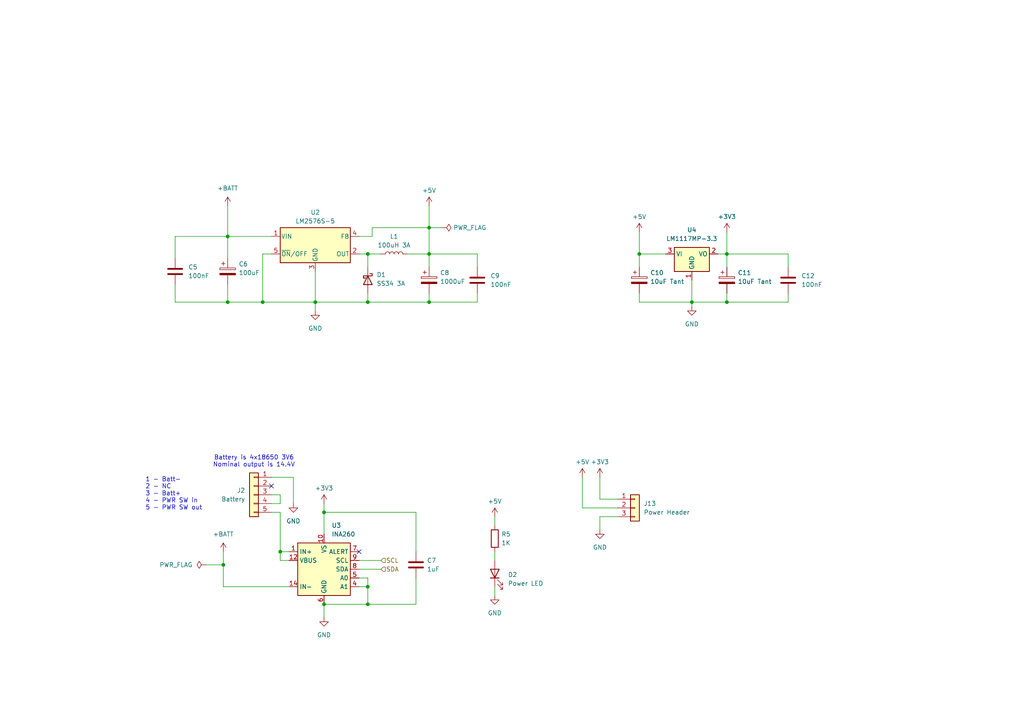
<source format=kicad_sch>
(kicad_sch (version 20231120) (generator "eeschema") (generator_version "8.0")
  (paper "A4")
  (title_block (title "Valiant Turtle 2 - Power Supplies") (date "2024-09-27") (rev "1_1") (company "https://www.waitingforfriday.com") (comment 1 "(c) 2024 Simon Inns") (comment 2 "License: Attribution-ShareAlike 4.0 International (CC BY-SA 4.0)"))
  (lib_symbols
    (symbol "Connector_Generic:Conn_01x03" (pin_names (offset 1.016) hide)
      (property "Reference" "J" (at 0 5.08 0))
      (property "Value" "Conn_01x03" (at 0 -5.08 0))
      (symbol "Conn_01x03_1_1"
        (rectangle (start -1.27 -2.413) (end 0 -2.667) (stroke (width 0.1524)))
        (rectangle (start -1.27 0.127) (end 0 -0.127) (stroke (width 0.1524)))
        (rectangle (start -1.27 2.667) (end 0 2.413) (stroke (width 0.1524)))
        (rectangle (start -1.27 3.81) (end 1.27 -3.81) (stroke (width 0.254)) (fill (type background)))
        (pin passive line (at -5.08 2.54 0) (length 3.81) (name "Pin_1") (number "1"))
        (pin passive line (at -5.08 0 0) (length 3.81) (name "Pin_2") (number "2"))
        (pin passive line (at -5.08 -2.54 0) (length 3.81) (name "Pin_3") (number "3"))
      )
    )
    (symbol "Connector_Generic:Conn_01x05" (pin_names (offset 1.016) hide)
      (property "Reference" "J" (at 0 7.62 0))
      (property "Value" "Conn_01x05" (at 0 -7.62 0))
      (symbol "Conn_01x05_1_1"
        (rectangle (start -1.27 -4.953) (end 0 -5.207) (stroke (width 0.1524)))
        (rectangle (start -1.27 -2.413) (end 0 -2.667) (stroke (width 0.1524)))
        (rectangle (start -1.27 0.127) (end 0 -0.127) (stroke (width 0.1524)))
        (rectangle (start -1.27 2.667) (end 0 2.413) (stroke (width 0.1524)))
        (rectangle (start -1.27 5.207) (end 0 4.953) (stroke (width 0.1524)))
        (rectangle (start -1.27 6.35) (end 1.27 -6.35) (stroke (width 0.254)) (fill (type background)))
        (pin passive line (at -5.08 5.08 0) (length 3.81) (name "Pin_1") (number "1"))
        (pin passive line (at -5.08 2.54 0) (length 3.81) (name "Pin_2") (number "2"))
        (pin passive line (at -5.08 0 0) (length 3.81) (name "Pin_3") (number "3"))
        (pin passive line (at -5.08 -2.54 0) (length 3.81) (name "Pin_4") (number "4"))
        (pin passive line (at -5.08 -5.08 0) (length 3.81) (name "Pin_5") (number "5"))
      )
    )
    (symbol "Device:C" (pin_numbers hide) (pin_names (offset 0.254))
      (property "Reference" "C" (at 0.635 2.54 0))
      (property "Value" "C" (at 0.635 -2.54 0))
      (symbol "C_0_1"
        (polyline (pts (xy -2.032 -0.762) (xy 2.032 -0.762)) (stroke (width 0.508)))
        (polyline (pts (xy -2.032 0.762) (xy 2.032 0.762)) (stroke (width 0.508)))
      )
      (symbol "C_1_1"
        (pin passive line (at 0 3.81 270) (length 2.794) (name "~") (number "1"))
        (pin passive line (at 0 -3.81 90) (length 2.794) (name "~") (number "2"))
      )
    )
    (symbol "Device:C_Polarized" (pin_numbers hide) (pin_names (offset 0.254))
      (property "Reference" "C" (at 0.635 2.54 0))
      (property "Value" "C_Polarized" (at 0.635 -2.54 0))
      (symbol "C_Polarized_0_1"
        (rectangle (start -2.286 0.508) (end 2.286 1.016))
        (polyline (pts (xy -1.778 2.286) (xy -0.762 2.286)))
        (polyline (pts (xy -1.27 2.794) (xy -1.27 1.778)))
        (rectangle (start 2.286 -0.508) (end -2.286 -1.016) (fill (type outline)))
      )
      (symbol "C_Polarized_1_1"
        (pin passive line (at 0 3.81 270) (length 2.794) (name "~") (number "1"))
        (pin passive line (at 0 -3.81 90) (length 2.794) (name "~") (number "2"))
      )
    )
    (symbol "Device:D_Schottky" (pin_numbers hide) (pin_names (offset 1.016) hide)
      (property "Reference" "D" (at 0 2.54 0))
      (property "Value" "D_Schottky" (at 0 -2.54 0))
      (symbol "D_Schottky_0_1"
        (polyline (pts (xy 1.27 0) (xy -1.27 0)))
        (polyline (pts (xy 1.27 1.27) (xy 1.27 -1.27) (xy -1.27 0) (xy 1.27 1.27)) (stroke (width 0.254)))
        (polyline (pts (xy -1.905 0.635) (xy -1.905 1.27) (xy -1.27 1.27) (xy -1.27 -1.27) (xy -0.635 -1.27) (xy -0.635 -0.635)) (stroke (width 0.254)))
      )
      (symbol "D_Schottky_1_1"
        (pin passive line (at -3.81 0 0) (length 2.54) (name "K") (number "1"))
        (pin passive line (at 3.81 0 180) (length 2.54) (name "A") (number "2"))
      )
    )
    (symbol "Device:L" (pin_numbers hide) (pin_names (offset 1.016) hide)
      (property "Reference" "L" (at -1.27 0 90))
      (property "Value" "L" (at 1.905 0 90))
      (symbol "L_0_1"
        (arc (start 0 -2.54) (mid 0.6323 -1.905) (end 0 -1.27))
        (arc (start 0 -1.27) (mid 0.6323 -0.635) (end 0 0))
        (arc (start 0 0) (mid 0.6323 0.635) (end 0 1.27))
        (arc (start 0 1.27) (mid 0.6323 1.905) (end 0 2.54))
      )
      (symbol "L_1_1"
        (pin passive line (at 0 3.81 270) (length 1.27) (name "1") (number "1"))
        (pin passive line (at 0 -3.81 90) (length 1.27) (name "2") (number "2"))
      )
    )
    (symbol "Device:LED" (pin_numbers hide) (pin_names (offset 1.016) hide)
      (property "Reference" "D" (at 0 2.54 0))
      (property "Value" "LED" (at 0 -2.54 0))
      (symbol "LED_0_1"
        (polyline (pts (xy -1.27 -1.27) (xy -1.27 1.27)) (stroke (width 0.254)))
        (polyline (pts (xy -1.27 0) (xy 1.27 0)))
        (polyline (pts (xy 1.27 -1.27) (xy 1.27 1.27) (xy -1.27 0) (xy 1.27 -1.27)) (stroke (width 0.254)))
        (polyline (pts (xy -3.048 -0.762) (xy -4.572 -2.286) (xy -3.81 -2.286) (xy -4.572 -2.286) (xy -4.572 -1.524)))
        (polyline (pts (xy -1.778 -0.762) (xy -3.302 -2.286) (xy -2.54 -2.286) (xy -3.302 -2.286) (xy -3.302 -1.524)))
      )
      (symbol "LED_1_1"
        (pin passive line (at -3.81 0 0) (length 2.54) (name "K") (number "1"))
        (pin passive line (at 3.81 0 180) (length 2.54) (name "A") (number "2"))
      )
    )
    (symbol "Device:R" (pin_numbers hide) (pin_names (offset 0))
      (property "Reference" "R" (at 2.032 0 90))
      (property "Value" "R" (at 0 0 90))
      (symbol "R_0_1"
        (rectangle (start -1.016 -2.54) (end 1.016 2.54) (stroke (width 0.254)))
      )
      (symbol "R_1_1"
        (pin passive line (at 0 3.81 270) (length 1.27) (name "~") (number "1"))
        (pin passive line (at 0 -3.81 90) (length 1.27) (name "~") (number "2"))
      )
    )
    (symbol "Regulator_Linear:LM1117MP-3.3"
      (property "Reference" "U" (at -3.81 3.175 0))
      (property "Value" "LM1117MP-3.3" (at 0 3.175 0))
      (symbol "LM1117MP-3.3_0_1"
        (rectangle (start -5.08 -5.08) (end 5.08 1.905) (stroke (width 0.254)) (fill (type background)))
      )
      (symbol "LM1117MP-3.3_1_1"
        (pin power_in line (at 0 -7.62 90) (length 2.54) (name "GND") (number "1"))
        (pin power_out line (at 7.62 0 180) (length 2.54) (name "VO") (number "2"))
        (pin power_in line (at -7.62 0 0) (length 2.54) (name "VI") (number "3"))
      )
    )
    (symbol "Regulator_Switching:LM2576S-5" (pin_names (offset 0.254))
      (property "Reference" "U" (at -10.16 6.35 0))
      (property "Value" "LM2576S-5" (at 0 6.35 0))
      (symbol "LM2576S-5_0_1"
        (rectangle (start -10.16 5.08) (end 10.16 -5.08) (stroke (width 0.254)) (fill (type background)))
      )
      (symbol "LM2576S-5_1_1"
        (pin power_in line (at -12.7 2.54 0) (length 2.54) (name "VIN") (number "1"))
        (pin output line (at 12.7 -2.54 180) (length 2.54) (name "OUT") (number "2"))
        (pin power_in line (at 0 -7.62 90) (length 2.54) (name "GND") (number "3"))
        (pin input line (at 12.7 2.54 180) (length 2.54) (name "FB") (number "4"))
        (pin input line (at -12.7 -2.54 0) (length 2.54) (name "~{ON}/OFF") (number "5"))
      )
    )
    (symbol "Sensor:INA260"
      (property "Reference" "U" (at -6.35 8.89 0))
      (property "Value" "INA260" (at 2.54 8.89 0))
      (symbol "INA260_0_1"
        (rectangle (start -7.62 7.62) (end 7.62 -7.62) (stroke (width 0.254)) (fill (type background)))
      )
      (symbol "INA260_1_1"
        (pin passive line (at -10.16 5.08 0) (length 2.54) (name "IN+") (number "1"))
        (pin power_in line (at 0 10.16 270) (length 2.54) (name "VS") (number "10"))
        (pin passive line (at 0 -10.16 90) (length 2.54) hide (name "GND") (number "11"))
        (pin passive line (at -10.16 2.54 0) (length 2.54) (name "VBUS") (number "12"))
        (pin no_connect line (at 2.54 -7.62 90) (length 2.54) hide (name "NC") (number "13"))
        (pin passive line (at -10.16 -5.08 0) (length 2.54) (name "IN-") (number "14"))
        (pin passive line (at -10.16 -5.08 0) (length 2.54) hide (name "IN-") (number "15"))
        (pin passive line (at -10.16 -5.08 0) (length 2.54) hide (name "IN-") (number "16"))
        (pin passive line (at -10.16 5.08 0) (length 2.54) hide (name "IN+") (number "2"))
        (pin passive line (at -10.16 5.08 0) (length 2.54) hide (name "IN+") (number "3"))
        (pin input line (at 10.16 -5.08 180) (length 2.54) (name "A1") (number "4"))
        (pin input line (at 10.16 -2.54 180) (length 2.54) (name "A0") (number "5"))
        (pin power_in line (at 0 -10.16 90) (length 2.54) (name "GND") (number "6"))
        (pin open_collector line (at 10.16 5.08 180) (length 2.54) (name "ALERT") (number "7"))
        (pin bidirectional line (at 10.16 0 180) (length 2.54) (name "SDA") (number "8"))
        (pin input line (at 10.16 2.54 180) (length 2.54) (name "SCL") (number "9"))
      )
    )
    (symbol "power:+3V3" (power) (pin_names (offset 0))
      (property "Value" "+3V3" (at 0 3.556 0))
      (symbol "+3V3_0_1"
        (polyline (pts (xy -0.762 1.27) (xy 0 2.54)))
        (polyline (pts (xy 0 0) (xy 0 2.54)))
        (polyline (pts (xy 0 2.54) (xy 0.762 1.27)))
      )
      (symbol "+3V3_1_1"
        (pin power_in line (at 0 0 90) (length 0) hide (name "+3V3") (number "1"))
      )
    )
    (symbol "power:+5V" (power) (pin_names (offset 0))
      (property "Value" "+5V" (at 0 3.556 0))
      (symbol "+5V_0_1"
        (polyline (pts (xy -0.762 1.27) (xy 0 2.54)))
        (polyline (pts (xy 0 0) (xy 0 2.54)))
        (polyline (pts (xy 0 2.54) (xy 0.762 1.27)))
      )
      (symbol "+5V_1_1"
        (pin power_in line (at 0 0 90) (length 0) hide (name "+5V") (number "1"))
      )
    )
    (symbol "power:+BATT" (power) (pin_numbers hide) (pin_names (offset 0) hide)
      (property "Value" "+BATT" (at 0 3.556 0))
      (symbol "+BATT_0_1"
        (polyline (pts (xy -0.762 1.27) (xy 0 2.54)))
        (polyline (pts (xy 0 0) (xy 0 2.54)))
        (polyline (pts (xy 0 2.54) (xy 0.762 1.27)))
      )
      (symbol "+BATT_1_1"
        (pin power_in line (at 0 0 90) (length 0) (name "~") (number "1"))
      )
    )
    (symbol "power:GND" (power) (pin_names (offset 0))
      (property "Value" "GND" (at 0 -3.81 0))
      (symbol "GND_0_1"
        (polyline (pts (xy 0 0) (xy 0 -1.27) (xy 1.27 -1.27) (xy 0 -2.54) (xy -1.27 -1.27) (xy 0 -1.27)))
      )
      (symbol "GND_1_1"
        (pin power_in line (at 0 0 270) (length 0) hide (name "GND") (number "1"))
      )
    )
    (symbol "power:PWR_FLAG" (power) (pin_numbers hide) (pin_names (offset 0) hide)
      (property "Value" "PWR_FLAG" (at 0 3.81 0))
      (symbol "PWR_FLAG_0_0"
        (pin power_out line (at 0 0 90) (length 0) (name "pwr") (number "1"))
      )
      (symbol "PWR_FLAG_0_1"
        (polyline (pts (xy 0 0) (xy 0 1.27) (xy -1.016 1.905) (xy 0 2.54) (xy 1.016 1.905) (xy 0 1.27)))
      )
    )
  )
  (junction (at 106.68 170.18))
  (junction (at 124.46 87.63))
  (junction (at 91.44 87.63))
  (junction (at 210.82 87.63))
  (junction (at 93.98 148.59))
  (junction (at 185.42 73.66))
  (junction (at 64.77 163.83))
  (junction (at 106.68 175.26))
  (junction (at 76.2 87.63))
  (junction (at 106.68 87.63))
  (junction (at 66.04 87.63))
  (junction (at 106.68 73.66))
  (junction (at 66.04 68.58))
  (junction (at 81.28 160.02))
  (junction (at 200.66 87.63))
  (junction (at 124.46 73.66))
  (junction (at 124.46 66.04))
  (junction (at 93.98 175.26))
  (junction (at 210.82 73.66))
  (no_connect (at 78.74 140.97))
  (no_connect (at 104.14 160.02))
  (wire (pts (xy 66.04 87.63) (xy 76.2 87.63)))
  (wire (pts (xy 106.68 73.66) (xy 106.68 77.47)))
  (wire (pts (xy 107.95 68.58) (xy 107.95 66.04)))
  (wire (pts (xy 81.28 143.51) (xy 81.28 146.05)))
  (wire (pts (xy 124.46 66.04) (xy 124.46 73.66)))
  (wire (pts (xy 104.14 68.58) (xy 107.95 68.58)))
  (wire (pts (xy 185.42 77.47) (xy 185.42 73.66)))
  (wire (pts (xy 50.8 87.63) (xy 66.04 87.63)))
  (wire (pts (xy 104.14 73.66) (xy 106.68 73.66)))
  (wire (pts (xy 200.66 87.63) (xy 210.82 87.63)))
  (wire (pts (xy 200.66 81.28) (xy 200.66 87.63)))
  (wire (pts (xy 81.28 146.05) (xy 78.74 146.05)))
  (wire (pts (xy 64.77 163.83) (xy 64.77 170.18)))
  (wire (pts (xy 143.51 149.86) (xy 143.51 152.4)))
  (wire (pts (xy 93.98 148.59) (xy 93.98 154.94)))
  (wire (pts (xy 78.74 73.66) (xy 76.2 73.66)))
  (wire (pts (xy 106.68 175.26) (xy 93.98 175.26)))
  (wire (pts (xy 106.68 73.66) (xy 110.49 73.66)))
  (wire (pts (xy 210.82 73.66) (xy 210.82 77.47)))
  (wire (pts (xy 83.82 170.18) (xy 64.77 170.18)))
  (wire (pts (xy 81.28 160.02) (xy 81.28 162.56)))
  (wire (pts (xy 208.28 73.66) (xy 210.82 73.66)))
  (wire (pts (xy 78.74 143.51) (xy 81.28 143.51)))
  (wire (pts (xy 66.04 82.55) (xy 66.04 87.63)))
  (wire (pts (xy 185.42 85.09) (xy 185.42 87.63)))
  (wire (pts (xy 76.2 73.66) (xy 76.2 87.63)))
  (wire (pts (xy 93.98 175.26) (xy 93.98 179.07)))
  (wire (pts (xy 185.42 87.63) (xy 200.66 87.63)))
  (wire (pts (xy 168.91 138.43) (xy 168.91 147.32)))
  (wire (pts (xy 64.77 160.02) (xy 64.77 163.83)))
  (wire (pts (xy 91.44 78.74) (xy 91.44 87.63)))
  (wire (pts (xy 104.14 162.56) (xy 110.49 162.56)))
  (wire (pts (xy 210.82 87.63) (xy 210.82 85.09)))
  (wire (pts (xy 210.82 67.31) (xy 210.82 73.66)))
  (wire (pts (xy 173.99 153.67) (xy 173.99 149.86)))
  (wire (pts (xy 124.46 59.69) (xy 124.46 66.04)))
  (wire (pts (xy 124.46 66.04) (xy 128.27 66.04)))
  (wire (pts (xy 120.65 148.59) (xy 93.98 148.59)))
  (wire (pts (xy 50.8 74.93) (xy 50.8 68.58)))
  (wire (pts (xy 185.42 73.66) (xy 193.04 73.66)))
  (wire (pts (xy 106.68 87.63) (xy 91.44 87.63)))
  (wire (pts (xy 66.04 68.58) (xy 66.04 74.93)))
  (wire (pts (xy 124.46 73.66) (xy 124.46 77.47)))
  (wire (pts (xy 76.2 87.63) (xy 91.44 87.63)))
  (wire (pts (xy 81.28 160.02) (xy 83.82 160.02)))
  (wire (pts (xy 138.43 87.63) (xy 124.46 87.63)))
  (wire (pts (xy 78.74 148.59) (xy 81.28 148.59)))
  (wire (pts (xy 120.65 167.64) (xy 120.65 175.26)))
  (wire (pts (xy 93.98 146.05) (xy 93.98 148.59)))
  (wire (pts (xy 106.68 170.18) (xy 106.68 175.26)))
  (wire (pts (xy 168.91 147.32) (xy 179.07 147.32)))
  (wire (pts (xy 143.51 170.18) (xy 143.51 172.72)))
  (wire (pts (xy 85.09 138.43) (xy 85.09 146.05)))
  (wire (pts (xy 200.66 87.63) (xy 200.66 88.9)))
  (wire (pts (xy 107.95 66.04) (xy 124.46 66.04)))
  (wire (pts (xy 138.43 73.66) (xy 124.46 73.66)))
  (wire (pts (xy 91.44 87.63) (xy 91.44 90.17)))
  (wire (pts (xy 104.14 167.64) (xy 106.68 167.64)))
  (wire (pts (xy 185.42 67.31) (xy 185.42 73.66)))
  (wire (pts (xy 78.74 138.43) (xy 85.09 138.43)))
  (wire (pts (xy 104.14 170.18) (xy 106.68 170.18)))
  (wire (pts (xy 173.99 144.78) (xy 179.07 144.78)))
  (wire (pts (xy 66.04 68.58) (xy 66.04 59.69)))
  (wire (pts (xy 118.11 73.66) (xy 124.46 73.66)))
  (wire (pts (xy 59.69 163.83) (xy 64.77 163.83)))
  (wire (pts (xy 228.6 85.09) (xy 228.6 87.63)))
  (wire (pts (xy 143.51 160.02) (xy 143.51 162.56)))
  (wire (pts (xy 138.43 77.47) (xy 138.43 73.66)))
  (wire (pts (xy 104.14 165.1) (xy 110.49 165.1)))
  (wire (pts (xy 228.6 87.63) (xy 210.82 87.63)))
  (wire (pts (xy 173.99 149.86) (xy 179.07 149.86)))
  (wire (pts (xy 124.46 87.63) (xy 106.68 87.63)))
  (wire (pts (xy 81.28 148.59) (xy 81.28 160.02)))
  (wire (pts (xy 78.74 68.58) (xy 66.04 68.58)))
  (wire (pts (xy 120.65 160.02) (xy 120.65 148.59)))
  (wire (pts (xy 83.82 162.56) (xy 81.28 162.56)))
  (wire (pts (xy 106.68 167.64) (xy 106.68 170.18)))
  (wire (pts (xy 124.46 85.09) (xy 124.46 87.63)))
  (wire (pts (xy 50.8 82.55) (xy 50.8 87.63)))
  (wire (pts (xy 106.68 85.09) (xy 106.68 87.63)))
  (wire (pts (xy 120.65 175.26) (xy 106.68 175.26)))
  (wire (pts (xy 228.6 73.66) (xy 228.6 77.47)))
  (wire (pts (xy 138.43 85.09) (xy 138.43 87.63)))
  (wire (pts (xy 50.8 68.58) (xy 66.04 68.58)))
  (wire (pts (xy 210.82 73.66) (xy 228.6 73.66)))
  (wire (pts (xy 173.99 138.43) (xy 173.99 144.78)))
  (text "Battery is 4x18650 3V6\nNominal output is 14.4V" (at 73.66 133.858 0) (effects (font (size 1.27 1.27))))
  (text "1 - Batt-\n2 - NC\n3 - Batt+\n4 - PWR SW in\n5 - PWR SW out" (at 42.164 143.256 0) (effects (font (size 1.27 1.27)) (justify left)))
  (hierarchical_label "SCL" (shape input) (at 110.49 162.56 0))
  (hierarchical_label "SDA" (shape input) (at 110.49 165.1 0))
  (symbol (lib_id "Connector_Generic:Conn_01x03") (at 184.15 147.32 0) (unit 1)
    (property "Reference" "J13" (at 186.69 146.05 0) (effects (justify left)))
    (property "Value" "Power Header" (at 186.69 148.59 0) (effects (justify left)))
    (property "Footprint" "Connector_PinHeader_2.54mm:PinHeader_1x03_P2.54mm_Vertical" (effects (hide yes)))
  )
  (symbol (lib_id "Device:C") (at 138.43 81.28 0) (unit 1)
    (property "Reference" "C9" (at 142.24 80.01 0) (effects (justify left)))
    (property "Value" "100nF" (at 142.24 82.55 0) (effects (justify left)))
    (property "Footprint" "Capacitor_SMD:C_0805_2012Metric_Pad1.18x1.45mm_HandSolder" (effects (hide yes)))
  )
  (symbol (lib_id "Regulator_Switching:LM2576S-5") (at 91.44 71.12 0) (unit 1)
    (property "Reference" "U2" (at 91.44 61.595 0))
    (property "Value" "LM2576S-5" (at 91.44 64.135 0))
    (property "Footprint" "Package_TO_SOT_SMD:TO-263-5_TabPin3" (effects (hide yes)))
    (property "Datasheet" "http://www.ti.com/lit/ds/symlink/lm2576.pdf" (effects (hide yes)))
  )
  (symbol (lib_id "power:+BATT") (at 66.04 59.69 0) (unit 1)
    (property "Reference" "#PWR020" (effects (hide yes)))
    (property "Value" "+BATT" (at 66.04 54.61 0))
    (property "Description" "Power symbol creates a global label with name \"+BATT\"" (effects (hide yes)))
  )
  (symbol (lib_id "power:+3V3") (at 210.82 67.31 0) (unit 1)
    (property "Reference" "#PWR033" (effects (hide yes)))
    (property "Value" "+3V3" (at 210.82 62.865 0))
  )
  (symbol (lib_id "power:+5V") (at 168.91 138.43 0) (unit 1)
    (property "Reference" "#PWR028" (effects (hide yes)))
    (property "Value" "+5V" (at 168.91 133.985 0))
  )
  (symbol (lib_id "Device:C_Polarized") (at 185.42 81.28 0) (unit 1)
    (property "Reference" "C10" (at 188.595 79.121 0) (effects (justify left)))
    (property "Value" "10uF Tant" (at 188.595 81.661 0) (effects (justify left)))
    (property "Footprint" "Capacitor_Tantalum_SMD:CP_EIA-3528-21_Kemet-B_Pad1.50x2.35mm_HandSolder" (effects (hide yes)))
  )
  (symbol (lib_id "power:+5V") (at 143.51 149.86 0) (unit 1)
    (property "Reference" "#PWR026" (effects (hide yes)))
    (property "Value" "+5V" (at 143.51 145.415 0))
  )
  (symbol (lib_id "Regulator_Linear:LM1117MP-3.3") (at 200.66 73.66 0) (unit 1)
    (property "Reference" "U4" (at 200.66 66.675 0))
    (property "Value" "LM1117MP-3.3" (at 200.66 69.215 0))
    (property "Footprint" "Package_TO_SOT_SMD:SOT-223-3_TabPin2" (effects (hide yes)))
    (property "Datasheet" "http://www.ti.com/lit/ds/symlink/lm1117.pdf" (effects (hide yes)))
  )
  (symbol (lib_id "Device:C_Polarized") (at 66.04 78.74 0) (unit 1)
    (property "Reference" "C6" (at 69.215 76.581 0) (effects (justify left)))
    (property "Value" "100uF" (at 69.215 79.121 0) (effects (justify left)))
    (property "Footprint" "Capacitor_SMD:CP_Elec_8x6.2" (effects (hide yes)))
  )
  (symbol (lib_id "Device:C") (at 50.8 78.74 0) (unit 1)
    (property "Reference" "C5" (at 54.61 77.47 0) (effects (justify left)))
    (property "Value" "100nF" (at 54.61 80.01 0) (effects (justify left)))
    (property "Footprint" "Capacitor_SMD:C_0805_2012Metric_Pad1.18x1.45mm_HandSolder" (effects (hide yes)))
  )
  (symbol (lib_id "power:+3V3") (at 173.99 138.43 0) (unit 1)
    (property "Reference" "#PWR029" (effects (hide yes)))
    (property "Value" "+3V3" (at 173.99 133.985 0))
  )
  (symbol (lib_id "power:+3V3") (at 93.98 146.05 0) (unit 1)
    (property "Reference" "#PWR023" (effects (hide yes)))
    (property "Value" "+3V3" (at 93.98 141.605 0))
  )
  (symbol (lib_id "Device:R") (at 143.51 156.21 0) (unit 1)
    (property "Reference" "R5" (at 145.415 154.94 0) (effects (justify left)))
    (property "Value" "1K" (at 145.415 157.48 0) (effects (justify left)))
    (property "Footprint" "Resistor_SMD:R_0805_2012Metric_Pad1.20x1.40mm_HandSolder" (effects (hide yes)))
  )
  (symbol (lib_id "Device:C") (at 120.65 163.83 0) (unit 1)
    (property "Reference" "C7" (at 123.825 162.56 0) (effects (justify left)))
    (property "Value" "1uF" (at 123.825 165.1 0) (effects (justify left)))
    (property "Footprint" "Capacitor_SMD:C_0805_2012Metric_Pad1.18x1.45mm_HandSolder" (effects (hide yes)))
  )
  (symbol (lib_id "power:GND") (at 173.99 153.67 0) (unit 1)
    (property "Reference" "#PWR030" (effects (hide yes)))
    (property "Value" "GND" (at 173.99 158.75 0))
  )
  (symbol (lib_id "power:GND") (at 143.51 172.72 0) (unit 1)
    (property "Reference" "#PWR027" (effects (hide yes)))
    (property "Value" "GND" (at 143.51 177.8 0))
  )
  (symbol (lib_id "power:+5V") (at 124.46 59.69 0) (unit 1)
    (property "Reference" "#PWR025" (effects (hide yes)))
    (property "Value" "+5V" (at 124.46 55.245 0))
  )
  (symbol (lib_id "power:+5V") (at 185.42 67.31 0) (unit 1)
    (property "Reference" "#PWR031" (effects (hide yes)))
    (property "Value" "+5V" (at 185.42 62.865 0))
  )
  (symbol (lib_id "power:GND") (at 93.98 179.07 0) (unit 1)
    (property "Reference" "#PWR024" (effects (hide yes)))
    (property "Value" "GND" (at 93.98 184.15 0))
  )
  (symbol (lib_id "Device:C") (at 228.6 81.28 0) (unit 1)
    (property "Reference" "C12" (at 232.41 80.01 0) (effects (justify left)))
    (property "Value" "100nF" (at 232.41 82.55 0) (effects (justify left)))
    (property "Footprint" "Capacitor_SMD:C_0805_2012Metric_Pad1.18x1.45mm_HandSolder" (effects (hide yes)))
  )
  (symbol (lib_id "Device:D_Schottky") (at 106.68 81.28 270) (unit 1)
    (property "Reference" "D1" (at 109.22 79.6924 90) (effects (justify left)))
    (property "Value" "SS34 3A" (at 109.22 82.2324 90) (effects (justify left)))
    (property "Footprint" "Diode_SMD:D_SMC_Handsoldering" (effects (hide yes)))
  )
  (symbol (lib_id "power:PWR_FLAG") (at 59.69 163.83 90) (unit 1)
    (property "Reference" "#FLG01" (effects (hide yes)))
    (property "Value" "PWR_FLAG" (at 55.88 163.83 90) (effects (justify left)))
  )
  (symbol (lib_id "Device:LED") (at 143.51 166.37 90) (unit 1)
    (property "Reference" "D2" (at 147.32 166.6875 90) (effects (justify right)))
    (property "Value" "Power LED" (at 147.32 169.2275 90) (effects (justify right)))
    (property "Footprint" "LED_SMD:LED_0805_2012Metric_Pad1.15x1.40mm_HandSolder" (effects (hide yes)))
  )
  (symbol (lib_id "Connector_Generic:Conn_01x05") (at 73.66 143.51 0) (mirror y) (unit 1)
    (property "Reference" "J2" (at 71.12 142.2399 0) (effects (justify left)))
    (property "Value" "Battery" (at 71.12 144.7799 0) (effects (justify left)))
    (property "Description" "Generic connector, single row, 01x05, script generated (kicad-library-utils/schlib/autogen/connector/)" (effects (hide yes)))
  )
  (symbol (lib_id "power:GND") (at 91.44 90.17 0) (unit 1)
    (property "Reference" "#PWR022" (effects (hide yes)))
    (property "Value" "GND" (at 91.44 95.25 0))
  )
  (symbol (lib_id "power:GND") (at 85.09 146.05 0) (unit 1)
    (property "Reference" "#PWR019" (effects (hide yes)))
    (property "Value" "GND" (at 85.09 151.13 0))
  )
  (symbol (lib_id "power:GND") (at 200.66 88.9 0) (unit 1)
    (property "Reference" "#PWR032" (effects (hide yes)))
    (property "Value" "GND" (at 200.66 93.98 0))
  )
  (symbol (lib_id "Sensor:INA260") (at 93.98 165.1 0) (unit 1)
    (property "Reference" "U3" (at 96.1741 152.4 0) (effects (justify left)))
    (property "Value" "INA260" (at 96.1741 154.94 0) (effects (justify left)))
    (property "Footprint" "Package_SO:TSSOP-16_4.4x5mm_P0.65mm" (effects (hide yes)))
    (property "Datasheet" "http://www.ti.com/lit/ds/symlink/ina260.pdf" (effects (hide yes)))
  )
  (symbol (lib_id "power:PWR_FLAG") (at 128.27 66.04 270) (unit 1)
    (property "Reference" "#FLG02" (effects (hide yes)))
    (property "Value" "PWR_FLAG" (at 131.445 66.04 90) (effects (justify left)))
  )
  (symbol (lib_id "Device:C_Polarized") (at 124.46 81.28 0) (unit 1)
    (property "Reference" "C8" (at 127.635 79.121 0) (effects (justify left)))
    (property "Value" "1000uF" (at 127.635 81.661 0) (effects (justify left)))
    (property "Footprint" "Capacitor_SMD:CP_Elec_10x10.5" (effects (hide yes)))
  )
  (symbol (lib_id "Device:L") (at 114.3 73.66 90) (unit 1)
    (property "Reference" "L1" (at 114.3 68.58 90))
    (property "Value" "100uH 3A" (at 114.3 71.12 90))
    (property "Footprint" "Inductor_SMD:L_Bourns_SRP1770TA_16.9x16.9mm" (effects (hide yes)))
  )
  (symbol (lib_id "Device:C_Polarized") (at 210.82 81.28 0) (unit 1)
    (property "Reference" "C11" (at 213.995 79.121 0) (effects (justify left)))
    (property "Value" "10uF Tant" (at 213.995 81.661 0) (effects (justify left)))
    (property "Footprint" "Capacitor_Tantalum_SMD:CP_EIA-3528-21_Kemet-B_Pad1.50x2.35mm_HandSolder" (effects (hide yes)))
  )
  (symbol (lib_id "power:+BATT") (at 64.77 160.02 0) (unit 1)
    (property "Reference" "#PWR040" (effects (hide yes)))
    (property "Value" "+BATT" (at 64.77 154.94 0))
    (property "Description" "Power symbol creates a global label with name \"+BATT\"" (effects (hide yes)))
  )
)
</source>
